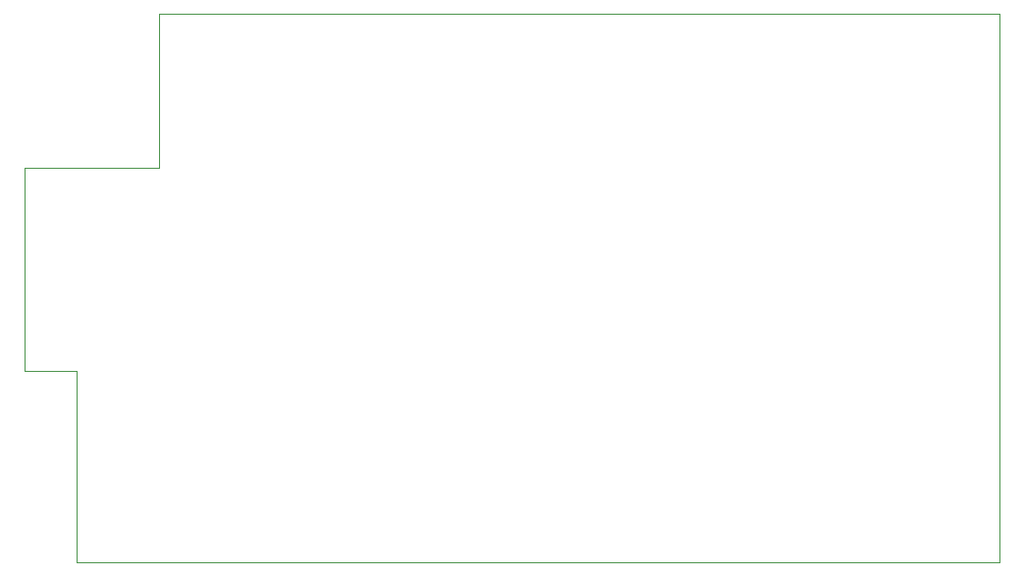
<source format=gbr>
G04 #@! TF.GenerationSoftware,KiCad,Pcbnew,(5.1.4)-1*
G04 #@! TF.CreationDate,2020-09-15T19:50:09+03:00*
G04 #@! TF.ProjectId,FinalPCB,46696e61-6c50-4434-922e-6b696361645f,rev?*
G04 #@! TF.SameCoordinates,Original*
G04 #@! TF.FileFunction,Profile,NP*
%FSLAX46Y46*%
G04 Gerber Fmt 4.6, Leading zero omitted, Abs format (unit mm)*
G04 Created by KiCad (PCBNEW (5.1.4)-1) date 2020-09-15 19:50:09*
%MOMM*%
%LPD*%
G04 APERTURE LIST*
%ADD10C,0.050000*%
G04 APERTURE END LIST*
D10*
X89700000Y-100100000D02*
X116800000Y-100100000D01*
X89700000Y-83600000D02*
X89700000Y-100100000D01*
X85200000Y-83600000D02*
X89700000Y-83600000D01*
X85200000Y-66100000D02*
X85200000Y-83600000D01*
X96800000Y-66100000D02*
X85200000Y-66100000D01*
X96800000Y-52800000D02*
X96800000Y-66100000D01*
X169300000Y-52800000D02*
X96800000Y-52800000D01*
X169300000Y-100100000D02*
X169300000Y-52800000D01*
X116800000Y-100100000D02*
X169300000Y-100100000D01*
M02*

</source>
